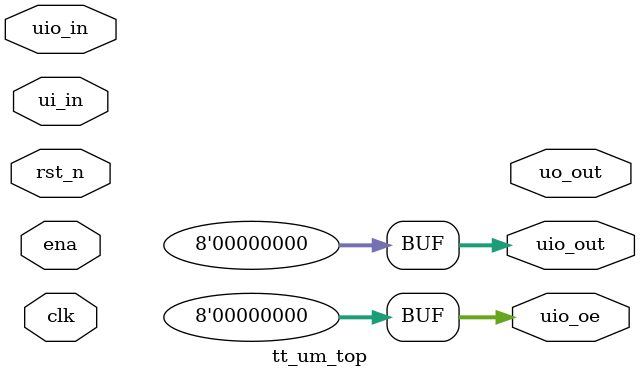
<source format=v>
/*
 * Copyright (c) 2024 Your Name
 * SPDX-License-Identifier: Apache-2.0
 */

`default_nettype none

module tt_um_top (
    input  wire [7:0] ui_in,    // Dedicated inputs
    output wire [7:0] uo_out,   // Dedicated outputs
    input  wire [7:0] uio_in,   // IOs: Input path
    output wire [7:0] uio_out,  // IOs: Output path
    output wire [7:0] uio_oe,   // IOs: Enable path (active high: 0=input, 1=output)
    input  wire       ena,      // always 1 when the design is powered, so you can ignore it
    input  wire       clk,      // clock
    input  wire       rst_n     // reset_n - low to reset
);

  // All output pins must be assigned. If not used, assign to 0.
//  assign uo_out  = ui_in + uio_in;  // Example: ou_out is the sum of ui_in and uio_in
  assign uio_out = 0;
  assign uio_oe  = 0;

  // List all unused inputs to prevent warnings
//  wire _unused = &{ena, clk, rst_n, 1'b0};
//  wire _unused = &{ena, 1'b0};



 CPU_Bootloader m_cpu
    (.clk(clk),
     .rst(!rst_n),
     .ce(ena),
     .scan_memory(ui_in[0]),
     .rx(uio_in[0]),
     .tx(uio_oe[0])
    );

endmodule

</source>
